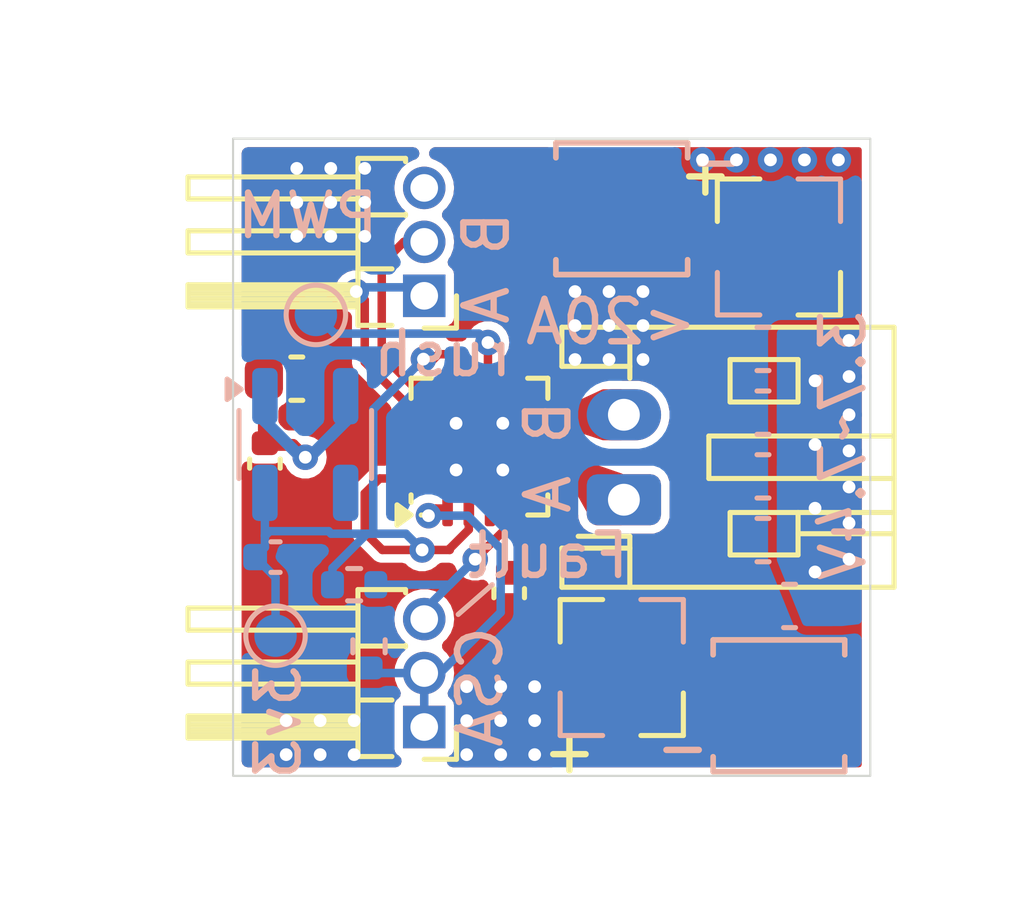
<source format=kicad_pcb>
(kicad_pcb (version 20240108) (generator "pcbnew") (generator_version "8.0")
  (title_block (date "2024-10-21") (rev "V1") (comment 1 "Licensed under CERN-OHL-S V2") (comment 2 "Author: Asher Edwards"))
  (layers (0 "F.Cu" signal) (1 "In1.Cu" signal) (2 "In2.Cu" signal) (31 "B.Cu" signal) (34 "B.Paste" user) (35 "F.Paste" user) (36 "B.SilkS" user "B.Silkscreen") (37 "F.SilkS" user "F.Silkscreen") (38 "B.Mask" user) (39 "F.Mask" user) (44 "Edge.Cuts" user))
  (net 0 "")
  (net 1 "VDD")
  (net 2 "/CSA-A")
  (net 3 "GNDPWR")
  (net 4 "Net-(J9-Pin_1)")
  (net 5 "Net-(J9-Pin_2)")
  (net 7 "/Fault")
  (net 8 "+3.3V")
  (net 9 "Net-(J10-Pin_2)")
  (net 10 "Net-(U1-TINRUSH)")
  (net 12 "Net-(J10-Pin_1)")
  (footprint "custom_Connector:Keystone_3579" (layer "F.Cu") (at 176.65 107.55)
    (property "Reference" "J3" (hide yes))
    (property "Value" "Keystone 3579")
    (fp_line (start -1.55 -1.55) (end 1.55 -1.55) (stroke (width 0.127)) (layer "F.SilkS"))
    (fp_line (start -1.55 -1.2) (end -1.55 -1.55) (stroke (width 0.127)) (layer "F.SilkS"))
    (fp_line (start -1.55 1.55) (end -1.55 1.2) (stroke (width 0.127)) (layer "F.SilkS"))
    (fp_line (start 1.55 -1.55) (end 1.55 -1.2) (stroke (width 0.127)) (layer "F.SilkS"))
    (fp_line (start 1.55 1.2) (end 1.55 1.55) (stroke (width 0.127)) (layer "F.SilkS"))
    (fp_line (start 1.55 1.55) (end -1.55 1.55) (stroke (width 0.127)) (layer "F.SilkS"))
    (pad "1" smd rect (at 0 0) (size 2.8 2.8) (layers "F.Cu" "F.Paste" "F.Mask") (net 1 "VDD"))
  )
  (footprint "custom_Connector:Keystone_3569_half" (layer "F.Cu") (at 176.65 94.2)
    (property "Reference" "J4" (hide yes))
    (property "Value" "Keystone 3569")
    (fp_line (start -1.45 0.95) (end -1.45 1.95) (stroke (width 0.12)) (layer "F.SilkS"))
    (fp_line (start -0.45 0.95) (end -1.45 0.95) (stroke (width 0.12)) (layer "F.SilkS"))
    (fp_line (start 0.45 4.15) (end 1.45 4.15) (stroke (width 0.12)) (layer "F.SilkS"))
    (fp_line (start 1.45 4.15) (end 1.45 3.15) (stroke (width 0.12)) (layer "F.SilkS"))
    (pad "1" smd rect (at 0 2.55) (size 2.5 2.8) (layers "F.Cu" "F.Paste" "F.Mask") (net 1 "VDD"))
  )
  (footprint "Capacitor_SMD:C_0402_1005Metric" (layer "F.Cu") (at 170.3 104.9 -90)
    (property "Reference" "C6" (hide yes))
    (property "Value" "0.1uF, 16v")
    (fp_line (start -0.107836 0.36) (end 0.107836 0.36) (stroke (width 0.12)) (layer "F.SilkS"))
    (fp_line (start -0.107836 -0.36) (end 0.107836 -0.36) (stroke (width 0.12)) (layer "F.SilkS"))
    (pad "1" smd roundrect (at -0.48 0 270) (size 0.56 0.62) (layers "F.Cu" "F.Paste" "F.Mask") (net 1 "VDD"))
    (pad "2" smd roundrect (at 0.48 0 270) (size 0.56 0.62) (layers "F.Cu" "F.Paste" "F.Mask") (net 3 "GNDPWR"))
  )
  (footprint "custom_Connector:Keystone_3569_half" (layer "F.Cu") (at 172.95 109.2 180)
    (property "Reference" "J1" (hide yes))
    (property "Value" "Keystone 3569")
    (fp_line (start 1.45 4.15) (end 1.45 3.15) (stroke (width 0.12)) (layer "F.SilkS"))
    (fp_line (start 0.45 4.15) (end 1.45 4.15) (stroke (width 0.12)) (layer "F.SilkS"))
    (fp_line (start -0.45 0.95) (end -1.45 0.95) (stroke (width 0.12)) (layer "F.SilkS"))
    (fp_line (start -1.45 0.95) (end -1.45 1.95) (stroke (width 0.12)) (layer "F.SilkS"))
    (pad "1" smd rect (at 0 2.55 180) (size 2.5 2.8) (layers "F.Cu" "F.Paste" "F.Mask") (net 1 "VDD"))
  )
  (footprint "custom_Connector:Keystone_3579" (layer "F.Cu") (at 172.95 95.85 180)
    (property "Reference" "J2" (hide yes))
    (property "Value" "Keystone 3579")
    (fp_line (start 1.55 1.55) (end -1.55 1.55) (stroke (width 0.127)) (layer "F.SilkS"))
    (fp_line (start 1.55 1.2) (end 1.55 1.55) (stroke (width 0.127)) (layer "F.SilkS"))
    (fp_line (start 1.55 -1.55) (end 1.55 -1.2) (stroke (width 0.127)) (layer "F.SilkS"))
    (fp_line (start -1.55 1.55) (end -1.55 1.2) (stroke (width 0.127)) (layer "F.SilkS"))
    (fp_line (start -1.55 -1.2) (end -1.55 -1.55) (stroke (width 0.127)) (layer "F.SilkS"))
    (fp_line (start -1.55 -1.55) (end 1.55 -1.55) (stroke (width 0.127)) (layer "F.SilkS"))
    (pad "1" smd rect (at 0 0 180) (size 2.8 2.8) (layers "F.Cu" "F.Paste" "F.Mask") (net 1 "VDD"))
  )
  (footprint "Connector_PinHeader_1.27mm:PinHeader_1x03_P1.27mm_Horizontal" (layer "F.Cu") (at 168.3 108.05 180)
    (property "Reference" "J11" (hide yes))
    (property "Value" "1.27mm pin header")
    (fp_line (start 5.56 2.8) (end 1.56 2.8) (stroke (width 0.12)) (layer "F.SilkS"))
    (fp_line (start 5.56 2.28) (end 5.56 2.8) (stroke (width 0.12)) (layer "F.SilkS"))
    (fp_line (start 5.56 1.53) (end 1.56 1.53) (stroke (width 0.12)) (layer "F.SilkS"))
    (fp_line (start 5.56 1.01) (end 5.56 1.53) (stroke (width 0.12)) (layer "F.SilkS"))
    (fp_line (start 5.56 0.26) (end 1.56 0.26) (stroke (width 0.12)) (layer "F.SilkS"))
    (fp_line (start 5.56 -0.26) (end 5.56 0.26) (stroke (width 0.12)) (layer "F.SilkS"))
    (fp_line (start 1.56 3.235) (end 0.44 3.235) (stroke (width 0.12)) (layer "F.SilkS"))
    (fp_line (start 1.56 2.28) (end 5.56 2.28) (stroke (width 0.12)) (layer "F.SilkS"))
    (fp_line (start 1.56 1.01) (end 5.56 1.01) (stroke (width 0.12)) (layer "F.SilkS"))
    (fp_line (start 1.56 0.16) (end 5.56 0.16) (stroke (width 0.12)) (layer "F.SilkS"))
    (fp_line (start 1.56 0.04) (end 5.56 0.04) (stroke (width 0.12)) (layer "F.SilkS"))
    (fp_line (start 1.56 -0.08) (end 5.56 -0.08) (stroke (width 0.12)) (layer "F.SilkS"))
    (fp_line (start 1.56 -0.2) (end 5.56 -0.2) (stroke (width 0.12)) (layer "F.SilkS"))
    (fp_line (start 1.56 -0.26) (end 5.56 -0.26) (stroke (width 0.12)) (layer "F.SilkS"))
    (fp_line (start 1.56 -0.695) (end 1.56 3.235) (stroke (width 0.12)) (layer "F.SilkS"))
    (fp_line (start 0.76 0.635) (end 1.56 0.635) (stroke (width 0.12)) (layer "F.SilkS"))
    (fp_line (start 0.76 -0.695) (end 1.56 -0.695) (stroke (width 0.12)) (layer "F.SilkS"))
    (fp_line (start 0.44 3.235) (end 0.44 3.159677) (stroke (width 0.12)) (layer "F.SilkS"))
    (fp_line (start 0.44 1.905) (end 1.56 1.905) (stroke (width 0.12)) (layer "F.SilkS"))
    (fp_line (start 0.44 1.889677) (end 0.44 1.920323) (stroke (width 0.12)) (layer "F.SilkS"))
    (fp_line (start -0.76 0) (end -0.76 -0.76) (stroke (width 0.12)) (layer "F.SilkS"))
    (fp_line (start -0.76 -0.76) (end 0 -0.76) (stroke (width 0.12)) (layer "F.SilkS"))
    (pad "1" thru_hole rect (at 0 0 180) (size 1 1) (drill 0.65) (layers "*.Cu" "*.Mask") (net 2 "/CSA-A"))
    (pad "2" thru_hole oval (at 0 1.27 180) (size 1 1) (drill 0.65) (layers "*.Cu" "*.Mask") (net 2 "/CSA-A"))
    (pad "3" thru_hole oval (at 0 2.54 180) (size 1 1) (drill 0.65) (layers "*.Cu" "*.Mask") (net 7 "/Fault"))
  )
  (footprint "Capacitor_SMD:C_0603_1608Metric" (layer "F.Cu") (at 165.3 99.85)
    (property "Reference" "C7" (hide yes))
    (property "Value" "10uF, 16v")
    (fp_line (start -0.14058 -0.51) (end 0.14058 -0.51) (stroke (width 0.12)) (layer "F.SilkS"))
    (fp_line (start -0.14058 0.51) (end 0.14058 0.51) (stroke (width 0.12)) (layer "F.SilkS"))
    (pad "1" smd roundrect (at -0.775 0) (size 0.9 0.95) (layers "F.Cu" "F.Paste" "F.Mask") (net 1 "VDD"))
    (pad "2" smd roundrect (at 0.775 0) (size 0.9 0.95) (layers "F.Cu" "F.Paste" "F.Mask") (net 3 "GNDPWR"))
  )
  (footprint "Connector_JST:JST_PH_S2B-PH-K_1x02_P2.00mm_Horizontal" (layer "F.Cu") (at 173 102.7 90)
    (property "Reference" "J9" (hide yes))
    (property "Value" "JST PH 2mm horizontal")
    (fp_line (start 4.06 -1.46) (end 3.14 -1.46) (stroke (width 0.12)) (layer "F.SilkS"))
    (fp_line (start 3.14 -1.46) (end 3.14 0.14) (stroke (width 0.12)) (layer "F.SilkS"))
    (fp_line (start -1.14 -1.46) (end -2.06 -1.46) (stroke (width 0.12)) (layer "F.SilkS"))
    (fp_line (start -2.06 -1.46) (end -2.06 6.36) (stroke (width 0.12)) (layer "F.SilkS"))
    (fp_line (start 4.06 0.14) (end 3.14 0.14) (stroke (width 0.12)) (layer "F.SilkS"))
    (fp_line (start 3.14 0.14) (end 2.86 0.14) (stroke (width 0.12)) (layer "F.SilkS"))
    (fp_line (start -0.86 0.14) (end -0.86 -1.075) (stroke (width 0.12)) (layer "F.SilkS"))
    (fp_line (start -0.86 0.14) (end -1.14 0.14) (stroke (width 0.12)) (layer "F.SilkS"))
    (fp_line (start -1.14 0.14) (end -1.14 -1.46) (stroke (width 0.12)) (layer "F.SilkS"))
    (fp_line (start -2.06 0.14) (end -1.14 0.14) (stroke (width 0.12)) (layer "F.SilkS"))
    (fp_line (start 1.5 2) (end 1.5 6.36) (stroke (width 0.12)) (layer "F.SilkS"))
    (fp_line (start 0.5 2) (end 1.5 2) (stroke (width 0.12)) (layer "F.SilkS"))
    (fp_line (start 3.3 2.5) (end 3.3 4.1) (stroke (width 0.12)) (layer "F.SilkS"))
    (fp_line (start 2.3 2.5) (end 3.3 2.5) (stroke (width 0.12)) (layer "F.SilkS"))
    (fp_line (start -0.3 2.5) (end -1.3 2.5) (stroke (width 0.12)) (layer "F.SilkS"))
    (fp_line (start -1.3 2.5) (end -1.3 4.1) (stroke (width 0.12)) (layer "F.SilkS"))
    (fp_line (start 3.3 4.1) (end 2.3 4.1) (stroke (width 0.12)) (layer "F.SilkS"))
    (fp_line (start 2.3 4.1) (end 2.3 2.5) (stroke (width 0.12)) (layer "F.SilkS"))
    (fp_line (start -0.3 4.1) (end -0.3 2.5) (stroke (width 0.12)) (layer "F.SilkS"))
    (fp_line (start -0.3 4.1) (end -0.3 6.36) (stroke (width 0.12)) (layer "F.SilkS"))
    (fp_line (start -0.8 4.1) (end -0.8 6.36) (stroke (width 0.12)) (layer "F.SilkS"))
    (fp_line (start -1.3 4.1) (end -0.3 4.1) (stroke (width 0.12)) (layer "F.SilkS"))
    (fp_line (start 4.06 6.36) (end 4.06 -1.46) (stroke (width 0.12)) (layer "F.SilkS"))
    (fp_line (start 0.5 6.36) (end 0.5 2) (stroke (width 0.12)) (layer "F.SilkS"))
    (fp_line (start -2.06 6.36) (end 4.06 6.36) (stroke (width 0.12)) (layer "F.SilkS"))
    (pad "1" thru_hole roundrect (at 0 0 90) (size 1.2 1.75) (drill 0.75) (layers "*.Cu" "*.Mask") (roundrect_rratio 0.208333) (net 4 "Net-(J9-Pin_1)"))
    (pad "2" thru_hole oval (at 2 0 90) (size 1.2 1.75) (drill 0.75) (layers "*.Cu" "*.Mask") (net 5 "Net-(J9-Pin_2)"))
  )
  (footprint "Package_DFN_QFN:WQFN-16-1EP_3x3mm_P0.5mm_EP1.68x1.68mm_ThermalVias" (layer "F.Cu") (at 169.6 101.45 90)
    (property "Reference" "U1" (hide yes))
    (property "Value" "DRV8213RTER")
    (fp_line (start 1.61 -1.61) (end 1.61 -1.135) (stroke (width 0.12)) (layer "F.SilkS"))
    (fp_line (start 1.135 -1.61) (end 1.61 -1.61) (stroke (width 0.12)) (layer "F.SilkS"))
    (fp_line (start -1.135 -1.61) (end -1.31 -1.61) (stroke (width 0.12)) (layer "F.SilkS"))
    (fp_line (start -1.61 -1.135) (end -1.61 -1.37) (stroke (width 0.12)) (layer "F.SilkS"))
    (fp_line (start 1.61 1.61) (end 1.61 1.135) (stroke (width 0.12)) (layer "F.SilkS"))
    (fp_line (start 1.135 1.61) (end 1.61 1.61) (stroke (width 0.12)) (layer "F.SilkS"))
    (fp_line (start -1.135 1.61) (end -1.61 1.61) (stroke (width 0.12)) (layer "F.SilkS"))
    (fp_line (start -1.61 1.61) (end -1.61 1.135) (stroke (width 0.12)) (layer "F.SilkS"))
    (fp_poly (pts (xy -1.61 -1.61) (xy -1.85 -1.94) (xy -1.37 -1.94) (xy -1.61 -1.61)) (stroke (width 0.12)) (fill solid) (layer "F.SilkS"))
    (pad "1" smd roundrect (at -1.4575 -0.75 90) (size 0.835 0.25) (layers "F.Cu" "F.Paste" "F.Mask") (net 2 "/CSA-A"))
    (pad "2" smd roundrect (at -1.4575 -0.25 90) (size 0.835 0.25) (layers "F.Cu" "F.Paste" "F.Mask") (net 8 "+3.3V"))
    (pad "3" smd roundrect (at -1.4575 0.25 90) (size 0.835 0.25) (layers "F.Cu" "F.Paste" "F.Mask") (net 7 "/Fault"))
    (pad "4" smd roundrect (at -1.4575 0.75 90) (size 0.835 0.25) (layers "F.Cu" "F.Paste" "F.Mask") (net 7 "/Fault"))
    (pad "5" smd roundrect (at -0.75 1.4575 90) (size 0.25 0.835) (layers "F.Cu" "F.Paste" "F.Mask") (net 1 "VDD"))
    (pad "6" smd roundrect (at -0.25 1.4575 90) (size 0.25 0.835) (layers "F.Cu" "F.Paste" "F.Mask") (net 4 "Net-(J9-Pin_1)"))
    (pad "7" smd roundrect (at 0.25 1.4575 90) (size 0.25 0.835) (layers "F.Cu" "F.Paste" "F.Mask") (net 3 "GNDPWR"))
    (pad "8" smd roundrect (at 0.75 1.4575 90) (size 0.25 0.835) (layers "F.Cu" "F.Paste" "F.Mask") (net 5 "Net-(J9-Pin_2)"))
    (pad "9" smd roundrect (at 1.4575 0.75 90) (size 0.835 0.25) (layers "F.Cu" "F.Paste" "F.Mask") (net 3 "GNDPWR"))
    (pad "10" smd roundrect (at 1.4575 0.25 90) (size 0.835 0.25) (layers "F.Cu" "F.Paste" "F.Mask") (net 10 "Net-(U1-TINRUSH)"))
    (pad "11" smd roundrect (at 1.4575 -0.25 90) (size 0.835 0.25) (layers "F.Cu" "F.Paste" "F.Mask") (net 8 "+3.3V"))
    (pad "12" smd roundrect (at 1.4575 -0.75 90) (size 0.835 0.25) (layers "F.Cu" "F.Paste" "F.Mask") (net 9 "Net-(J10-Pin_2)"))
    (pad "13" smd roundrect (at 0.75 -1.4575 90) (size 0.25 0.835) (layers "F.Cu" "F.Paste" "F.Mask") (net 12 "Net-(J10-Pin_1)"))
    (pad "14" smd roundrect (at 0.25 -1.4575 90) (size 0.25 0.835) (layers "F.Cu" "F.Paste" "F.Mask") (net 3 "GNDPWR"))
    (pad "15" smd roundrect (at -0.25 -1.4575 90) (size 0.25 0.835) (layers "F.Cu" "F.Paste" "F.Mask") (net 8 "+3.3V"))
    (pad "16" smd roundrect (at -0.75 -1.4575 90) (size 0.25 0.835) (layers "F.Cu" "F.Paste" "F.Mask") (net 8 "+3.3V"))
    (pad "17" thru_hole circle (at -0.55 -0.55 90) (size 0.6 0.6) (drill 0.3) (property pad_prop_heatsink) (layers "*.Cu") (net 3 "GNDPWR"))
    (pad "17" thru_hole circle (at -0.55 0.55 90) (size 0.6 0.6) (drill 0.3) (property pad_prop_heatsink) (layers "*.Cu") (net 3 "GNDPWR"))
    (pad "17" smd rect (at 0 0 90) (size 1.68 1.68) (property pad_prop_heatsink) (layers "F.Cu" "F.Mask") (net 3 "GNDPWR"))
    (pad "17" smd rect (at 0 0 90) (size 1.68 1.68) (property pad_prop_heatsink) (layers "B.Cu") (net 3 "GNDPWR"))
    (pad "17" thru_hole circle (at 0.55 -0.55 90) (size 0.6 0.6) (drill 0.3) (property pad_prop_heatsink) (layers "*.Cu") (net 3 "GNDPWR"))
    (pad "17" thru_hole circle (at 0.55 0.55 90) (size 0.6 0.6) (drill 0.3) (property pad_prop_heatsink) (layers "*.Cu") (net 3 "GNDPWR"))
  )
  (footprint "Connector_PinHeader_1.27mm:PinHeader_1x03_P1.27mm_Horizontal" (layer "F.Cu") (at 168.3 97.9 180)
    (property "Reference" "J10" (hide yes))
    (property "Value" "1.27mm pin header")
    (fp_line (start 5.56 2.8) (end 1.56 2.8) (stroke (width 0.12)) (layer "F.SilkS"))
    (fp_line (start 5.56 2.28) (end 5.56 2.8) (stroke (width 0.12)) (layer "F.SilkS"))
    (fp_line (start 5.56 1.53) (end 1.56 1.53) (stroke (width 0.12)) (layer "F.SilkS"))
    (fp_line (start 5.56 1.01) (end 5.56 1.53) (stroke (width 0.12)) (layer "F.SilkS"))
    (fp_line (start 5.56 0.26) (end 1.56 0.26) (stroke (width 0.12)) (layer "F.SilkS"))
    (fp_line (start 5.56 -0.26) (end 5.56 0.26) (stroke (width 0.12)) (layer "F.SilkS"))
    (fp_line (start 1.56 3.235) (end 0.44 3.235) (stroke (width 0.12)) (layer "F.SilkS"))
    (fp_line (start 1.56 2.28) (end 5.56 2.28) (stroke (width 0.12)) (layer "F.SilkS"))
    (fp_line (start 1.56 1.01) (end 5.56 1.01) (stroke (width 0.12)) (layer "F.SilkS"))
    (fp_line (start 1.56 0.16) (end 5.56 0.16) (stroke (width 0.12)) (layer "F.SilkS"))
    (fp_line (start 1.56 0.04) (end 5.56 0.04) (stroke (width 0.12)) (layer "F.SilkS"))
    (fp_line (start 1.56 -0.08) (end 5.56 -0.08) (stroke (width 0.12)) (layer "F.SilkS"))
    (fp_line (start 1.56 -0.2) (end 5.56 -0.2) (stroke (width 0.12)) (layer "F.SilkS"))
    (fp_line (start 1.56 -0.26) (end 5.56 -0.26) (stroke (width 0.12)) (layer "F.SilkS"))
    (fp_line (start 1.56 -0.695) (end 1.56 3.235) (stroke (width 0.12)) (layer "F.SilkS"))
    (fp_line (start 0.76 0.635) (end 1.56 0.635) (stroke (width 0.12)) (layer "F.SilkS"))
    (fp_line (start 0.76 -0.695) (end 1.56 -0.695) (stroke (width 0.12)) (layer "F.SilkS"))
    (fp_line (start 0.44 3.235) (end 0.44 3.159677) (stroke (width 0.12)) (layer "F.SilkS"))
    (fp_line (start 0.44 1.905) (end 1.56 1.905) (stroke (width 0.12)) (layer "F.SilkS"))
    (fp_line (start 0.44 1.889677) (end 0.44 1.920323) (stroke (width 0.12)) (layer "F.SilkS"))
    (fp_line (start -0.76 0) (end -0.76 -0.76) (stroke (width 0.12)) (layer "F.SilkS"))
    (fp_line (start -0.76 -0.76) (end 0 -0.76) (stroke (width 0.12)) (layer "F.SilkS"))
    (pad "1" thru_hole rect (at 0 0 180) (size 1 1) (drill 0.65) (layers "*.Cu" "*.Mask") (net 12 "Net-(J10-Pin_1)"))
    (pad "2" thru_hole oval (at 0 1.27 180) (size 1 1) (drill 0.65) (layers "*.Cu" "*.Mask") (net 9 "Net-(J10-Pin_2)"))
    (pad "3" thru_hole oval (at 0 2.54 180) (size 1 1) (drill 0.65) (layers "*.Cu" "*.Mask"))
  )
  (footprint "Capacitor_SMD:C_0402_1005Metric" (layer "F.Cu") (at 164.55 101.85 -90)
    (property "Reference" "C8" (hide yes))
    (property "Value" "0.1uF, 16v")
    (fp_line (start -0.107836 0.36) (end 0.107836 0.36) (stroke (width 0.12)) (layer "F.SilkS"))
    (fp_line (start -0.107836 -0.36) (end 0.107836 -0.36) (stroke (width 0.12)) (layer "F.SilkS"))
    (pad "1" smd roundrect (at -0.48 0 270) (size 0.56 0.62) (layers "F.Cu" "F.Paste" "F.Mask") (net 1 "VDD"))
    (pad "2" smd roundrect (at 0.48 0 270) (size 0.56 0.62) (layers "F.Cu" "F.Paste" "F.Mask") (net 3 "GNDPWR"))
  )
  (footprint "TestPoint:TestPoint_Pad_D1.0mm" (layer "B.Cu") (at 164.8 105.9 180)
    (property "Reference" "TP2" (hide yes))
    (property "Value" "Fault")
    (fp_circle (center 0 0) (end 0 -0.7) (stroke (width 0.12)) (fill none) (layer "B.SilkS"))
    (pad "1" smd circle (at 0 0 180) (size 1 1) (layers "B.Cu" "B.Mask") (net 8 "+3.3V"))
  )
  (footprint "custom_Connector:Keystone_3569_half" (layer "B.Cu") (at 176.65 94.2 180)
    (property "Reference" "J8" (hide yes))
    (property "Value" "Keystone 3569")
    (fp_line (start 1.45 -3.15) (end 1.45 -4.15) (stroke (width 0.12)) (layer "B.SilkS"))
    (fp_line (start 1.45 -4.15) (end 0.45 -4.15) (stroke (width 0.12)) (layer "B.SilkS"))
    (fp_line (start -1.45 -0.95) (end -0.45 -0.95) (stroke (width 0.12)) (layer "B.SilkS"))
    (fp_line (start -1.45 -1.95) (end -1.45 -0.95) (stroke (width 0.12)) (layer "B.SilkS"))
    (pad "1" smd rect (at 0 -2.55 180) (size 2.5 2.8) (layers "B.Cu" "B.Paste" "B.Mask") (net 3 "GNDPWR"))
  )
  (footprint "custom_Connector:Keystone_3569_half" (layer "B.Cu") (at 172.95 109.2)
    (property "Reference" "J5" (hide yes))
    (property "Value" "Keystone 3569")
    (fp_line (start -1.45 -1.95) (end -1.45 -0.95) (stroke (width 0.12)) (layer "B.SilkS"))
    (fp_line (start -1.45 -0.95) (end -0.45 -0.95) (stroke (width 0.12)) (layer "B.SilkS"))
    (fp_line (start 1.45 -4.15) (end 0.45 -4.15) (stroke (width 0.12)) (layer "B.SilkS"))
    (fp_line (start 1.45 -3.15) (end 1.45 -4.15) (stroke (width 0.12)) (layer "B.SilkS"))
    (pad "1" smd rect (at 0 -2.55) (size 2.5 2.8) (layers "B.Cu" "B.Paste" "B.Mask") (net 3 "GNDPWR"))
  )
  (footprint "Capacitor_SMD:C_0603_1608Metric" (layer "B.Cu") (at 176.275 99.15 180)
    (property "Reference" "C1" (hide yes))
    (property "Value" "10uF, 16v")
    (fp_line (start 0.14058 0.51) (end -0.14058 0.51) (stroke (width 0.12)) (layer "B.SilkS"))
    (fp_line (start 0.14058 -0.51) (end -0.14058 -0.51) (stroke (width 0.12)) (layer "B.SilkS"))
    (pad "1" smd roundrect (at -0.775 0 180) (size 0.9 0.95) (layers "B.Cu" "B.Paste" "B.Mask") (net 1 "VDD"))
    (pad "2" smd roundrect (at 0.775 0 180) (size 0.9 0.95) (layers "B.Cu" "B.Paste" "B.Mask") (net 3 "GNDPWR"))
  )
  (footprint "Capacitor_SMD:C_0603_1608Metric" (layer "B.Cu") (at 176.275 103.65 180)
    (property "Reference" "C4" (hide yes))
    (property "Value" "10uF, 16v")
    (fp_line (start 0.14058 0.51) (end -0.14058 0.51) (stroke (width 0.12)) (layer "B.SilkS"))
    (fp_line (start 0.14058 -0.51) (end -0.14058 -0.51) (stroke (width 0.12)) (layer "B.SilkS"))
    (pad "1" smd roundrect (at -0.775 0 180) (size 0.9 0.95) (layers "B.Cu" "B.Paste" "B.Mask") (net 1 "VDD"))
    (pad "2" smd roundrect (at 0.775 0 180) (size 0.9 0.95) (layers "B.Cu" "B.Paste" "B.Mask") (net 3 "GNDPWR"))
  )
  (footprint "Capacitor_SMD:C_0603_1608Metric" (layer "B.Cu") (at 176.9 105.2 180)
    (property "Reference" "C5" (hide yes))
    (property "Value" "10uF, 16v")
    (fp_line (start 0.14058 0.51) (end -0.14058 0.51) (stroke (width 0.12)) (layer "B.SilkS"))
    (fp_line (start 0.14058 -0.51) (end -0.14058 -0.51) (stroke (width 0.12)) (layer "B.SilkS"))
    (pad "1" smd roundrect (at -0.775 0 180) (size 0.9 0.95) (layers "B.Cu" "B.Paste" "B.Mask") (net 1 "VDD"))
    (pad "2" smd roundrect (at 0.775 0 180) (size 0.9 0.95) (layers "B.Cu" "B.Paste" "B.Mask") (net 3 "GNDPWR"))
  )
  (footprint "custom_Connector:Keystone_3579" (layer "B.Cu") (at 176.65 107.55 180)
    (property "Reference" "J7" (hide yes))
    (property "Value" "Keystone 3579")
    (fp_line (start 1.55 1.55) (end -1.55 1.55) (stroke (width 0.127)) (layer "B.SilkS"))
    (fp_line (start 1.55 1.2) (end 1.55 1.55) (stroke (width 0.127)) (layer "B.SilkS"))
    (fp_line (start 1.55 -1.55) (end 1.55 -1.2) (stroke (width 0.127)) (layer "B.SilkS"))
    (fp_line (start -1.55 1.55) (end -1.55 1.2) (stroke (width 0.127)) (layer "B.SilkS"))
    (fp_line (start -1.55 -1.2) (end -1.55 -1.55) (stroke (width 0.127)) (layer "B.SilkS"))
    (fp_line (start -1.55 -1.55) (end 1.55 -1.55) (stroke (width 0.127)) (layer "B.SilkS"))
    (pad "1" smd rect (at 0 0 180) (size 2.8 2.8) (layers "B.Cu" "B.Paste" "B.Mask") (net 3 "GNDPWR"))
  )
  (footprint "TestPoint:TestPoint_Pad_D1.0mm" (layer "B.Cu") (at 165.75 98.35 180)
    (property "Reference" "TP1" (hide yes))
    (property "Value" "tinrush")
    (fp_circle (center 0 0) (end 0 -0.7) (stroke (width 0.12)) (fill none) (layer "B.SilkS"))
    (pad "1" smd circle (at 0 0 180) (size 1 1) (layers "B.Cu" "B.Mask") (net 10 "Net-(U1-TINRUSH)"))
  )
  (footprint "Capacitor_SMD:C_0603_1608Metric" (layer "B.Cu") (at 176.275 100.65 180)
    (property "Reference" "C3" (hide yes))
    (property "Value" "10uF, 16v")
    (fp_line (start 0.14058 0.51) (end -0.14058 0.51) (stroke (width 0.12)) (layer "B.SilkS"))
    (fp_line (start 0.14058 -0.51) (end -0.14058 -0.51) (stroke (width 0.12)) (layer "B.SilkS"))
    (pad "1" smd roundrect (at -0.775 0 180) (size 0.9 0.95) (layers "B.Cu" "B.Paste" "B.Mask") (net 1 "VDD"))
    (pad "2" smd roundrect (at 0.775 0 180) (size 0.9 0.95) (layers "B.Cu" "B.Paste" "B.Mask") (net 3 "GNDPWR"))
  )
  (footprint "custom_Connector:Keystone_3579" (layer "B.Cu") (at 172.95 95.85)
    (property "Reference" "J6" (hide yes))
    (property "Value" "Keystone 3579")
    (fp_line (start -1.55 -1.55) (end 1.55 -1.55) (stroke (width 0.127)) (layer "B.SilkS"))
    (fp_line (start -1.55 -1.2) (end -1.55 -1.55) (stroke (width 0.127)) (layer "B.SilkS"))
    (fp_line (start -1.55 1.55) (end -1.55 1.2) (stroke (width 0.127)) (layer "B.SilkS"))
    (fp_line (start 1.55 -1.55) (end 1.55 -1.2) (stroke (width 0.127)) (layer "B.SilkS"))
    (fp_line (start 1.55 1.2) (end 1.55 1.55) (stroke (width 0.127)) (layer "B.SilkS"))
    (fp_line (start 1.55 1.55) (end -1.55 1.55) (stroke (width 0.127)) (layer "B.SilkS"))
    (pad "1" smd rect (at 0 0) (size 2.8 2.8) (layers "B.Cu" "B.Paste" "B.Mask") (net 3 "GNDPWR"))
  )
  (footprint "Capacitor_SMD:C_0402_1005Metric" (layer "B.Cu") (at 164.8 104.05)
    (property "Reference" "C9" (hide yes))
    (property "Value" "2.2uF, 10v")
    (fp_line (start 0.107836 -0.36) (end -0.107836 -0.36) (stroke (width 0.12)) (layer "B.SilkS"))
    (fp_line (start 0.107836 0.36) (end -0.107836 0.36) (stroke (width 0.12)) (layer "B.SilkS"))
    (pad "1" smd roundrect (at -0.48 0) (size 0.56 0.62) (layers "B.Cu" "B.Paste" "B.Mask") (net 8 "+3.3V"))
    (pad "2" smd roundrect (at 0.48 0) (size 0.56 0.62) (layers "B.Cu" "B.Paste" "B.Mask") (net 3 "GNDPWR"))
  )
  (footprint "Resistor_SMD:R_0402_1005Metric" (layer "B.Cu") (at 167 106.15 90)
    (property "Reference" "R2" (hide yes))
    (property "Value" "3.3k")
    (fp_line (start 0.153641 -0.38) (end -0.153641 -0.38) (stroke (width 0.12)) (layer "B.SilkS"))
    (fp_line (start 0.153641 0.38) (end -0.153641 0.38) (stroke (width 0.12)) (layer "B.SilkS"))
    (pad "1" smd roundrect (at -0.51 0 90) (size 0.54 0.64) (layers "B.Cu" "B.Paste" "B.Mask") (net 2 "/CSA-A"))
    (pad "2" smd roundrect (at 0.51 0 90) (size 0.54 0.64) (layers "B.Cu" "B.Paste" "B.Mask") (net 3 "GNDPWR"))
  )
  (footprint "Package_TO_SOT_SMD:SOT-23-5" (layer "B.Cu") (at 165.5 101.4 -90)
    (property "Reference" "U2" (hide yes))
    (property "Value" "LP2981-3.3")
    (fp_line (start -0.8 1.56) (end 0 1.56) (stroke (width 0.12)) (layer "B.SilkS"))
    (fp_line (start 0.8 1.56) (end 0 1.56) (stroke (width 0.12)) (layer "B.SilkS"))
    (fp_line (start -0.8 -1.56) (end 0 -1.56) (stroke (width 0.12)) (layer "B.SilkS"))
    (fp_line (start 0.8 -1.56) (end 0 -1.56) (stroke (width 0.12)) (layer "B.SilkS"))
    (fp_poly (pts (xy -1.3 1.51) (xy -1.54 1.84) (xy -1.06 1.84) (xy -1.3 1.51)) (stroke (width 0.12)) (fill solid) (layer "B.SilkS"))
    (pad "1" smd roundrect (at -1.1375 0.95 270) (size 1.325 0.6) (layers "B.Cu" "B.Paste" "B.Mask") (net 1 "VDD"))
    (pad "2" smd roundrect (at -1.1375 0 270) (size 1.325 0.6) (layers "B.Cu" "B.Paste" "B.Mask") (net 3 "GNDPWR"))
    (pad "3" smd roundrect (at -1.1375 -0.95 270) (size 1.325 0.6) (layers "B.Cu" "B.Paste" "B.Mask") (net 1 "VDD"))
    (pad "4" smd roundrect (at 1.1375 -0.95 270) (size 1.325 0.6) (layers "B.Cu" "B.Paste" "B.Mask"))
    (pad "5" smd roundrect (at 1.1375 0.95 270) (size 1.325 0.6) (layers "B.Cu" "B.Paste" "B.Mask") (net 8 "+3.3V"))
  )
  (footprint "Resistor_SMD:R_0402_1005Metric" (layer "B.Cu") (at 166.65 104.7)
    (property "Reference" "R1" (hide yes))
    (property "Value" "10k")
    (fp_line (start 0.153641 -0.38) (end -0.153641 -0.38) (stroke (width 0.12)) (layer "B.SilkS"))
    (fp_line (start 0.153641 0.38) (end -0.153641 0.38) (stroke (width 0.12)) (layer "B.SilkS"))
    (pad "1" smd roundrect (at -0.51 0) (size 0.54 0.64) (layers "B.Cu" "B.Paste" "B.Mask") (net 8 "+3.3V"))
    (pad "2" smd roundrect (at 0.51 0) (size 0.54 0.64) (layers "B.Cu" "B.Paste" "B.Mask") (net 7 "/Fault"))
  )
  (footprint "Capacitor_SMD:C_0603_1608Metric" (layer "B.Cu") (at 176.275 102.15 180)
    (property "Reference" "C2" (hide yes))
    (property "Value" "10uF, 16v")
    (fp_line (start 0.14058 0.51) (end -0.14058 0.51) (stroke (width 0.12)) (layer "B.SilkS"))
    (fp_line (start 0.14058 -0.51) (end -0.14058 -0.51) (stroke (width 0.12)) (layer "B.SilkS"))
    (pad "1" smd roundrect (at -0.775 0 180) (size 0.9 0.95) (layers "B.Cu" "B.Paste" "B.Mask") (net 1 "VDD"))
    (pad "2" smd roundrect (at 0.775 0 180) (size 0.9 0.95) (layers "B.Cu" "B.Paste" "B.Mask") (net 3 "GNDPWR"))
  )
  (gr_line (start 169.1 105.4) (end 169.9 104.7) (stroke (width 0.12)) (layer "B.SilkS"))
  (gr_rect (start 163.8 94.2) (end 178.8 109.2) (stroke (width 0.05)) (fill none) (layer "Edge.Cuts"))
  (gr_text "<20A" (at 174.8 99.1 0) (layer "B.SilkS") (effects (font (size 1 1)) (justify left bottom mirror)))
  (gr_text "B A" (at 171.8 103.1 90) (layer "B.SilkS") (effects (font (size 1 1)) (justify right bottom mirror)))
  (gr_text "Fault" (at 173.2 104.6 0) (layer "B.SilkS") (effects (font (size 1 1)) (justify left bottom mirror)))
  (gr_text "PWM" (at 167.3 96.6 0) (layer "B.SilkS") (effects (font (size 1 1)) (justify left bottom mirror)))
  (gr_text "B A" (at 170.35 98.65 90) (layer "B.SilkS") (effects (font (size 1 1)) (justify right bottom mirror)))
  (gr_text "3v3" (at 165.45 106.5 90) (layer "B.SilkS") (effects (font (size 1 1)) (justify left bottom mirror)))
  (gr_text "-" (at 175.1 109.1 -0) (layer "B.SilkS") (effects (font (size 1 1)) (justify left bottom mirror)))
  (gr_text "CSA" (at 170.2 105.6 90) (layer "B.SilkS") (effects (font (size 1 1)) (justify left bottom mirror)))
  (gr_text "rush" (at 170.45 99.85 0) (layer "B.SilkS") (effects (font (size 1 1)) (justify left bottom mirror)))
  (gr_text "-" (at 175.9 95.3 -0) (layer "B.SilkS") (effects (font (size 1 1)) (justify left bottom mirror)))
  (gr_text "+" (at 174.2 95.6 -0) (layer "F.SilkS") (effects (font (size 1 1)) (justify left bottom)))
  (gr_text "+" (at 171 109.2 -0) (layer "F.SilkS") (effects (font (size 1 1)) (justify left bottom)))
  (gr_text_box "3.7~7.4V" (start 176.825 98.1492) (end 178.975 104.7) (angle 90) (layer "B.SilkS") (effects (font (size 1 1)) (justify top mirror)) (border no))
  (segment (start 164.709886 101.409886) (end 164.525 101.225) (width 0.28) (layer "F.Cu") (net 1))
  (segment (start 165.209886 101.409886) (end 164.709886 101.409886) (width 0.28) (layer "F.Cu") (net 1))
  (segment (start 172.595031 106.675454) (end 172.595031 106.620031) (width 0.28) (layer "F.Cu") (net 1))
  (segment (start 164.709886 101.409886) (end 164.6 101.3) (width 0.2) (layer "F.Cu") (net 1))
  (segment (start 165.5 101.7) (end 165.209886 101.409886) (width 0.28) (layer "F.Cu") (net 1))
  (segment (start 164.525 101.225) (end 164.525 99.85) (width 0.28) (layer "F.Cu") (net 1))
  (segment (start 171.08 104.42) (end 171.15 104.35) (width 0.28) (layer "F.Cu") (net 1))
  (segment (start 170.3 104.42) (end 171.08 104.42) (width 0.28) (layer "F.Cu") (net 1))
  (via (at 176.45 94.7) (size 0.6) (drill 0.3) (layers "F.Cu" "B.Cu") (net 1))
  (via (at 178.3 103.25) (size 0.6) (drill 0.3) (layers "F.Cu" "B.Cu") (net 1))
  (via (at 177.5 101.4) (size 0.6) (drill 0.3) (layers "F.Cu" "B.Cu") (net 1))
  (via (at 178.3 104.1) (size 0.6) (drill 0.3) (layers "F.Cu" "B.Cu") (net 1))
  (via (at 177.5 104.4) (size 0.6) (drill 0.3) (layers "F.Cu" "B.Cu") (net 1))
  (via (at 177.25 94.7) (size 0.6) (drill 0.3) (layers "F.Cu" "B.Cu") (net 1))
  (via (at 165.5 101.7) (size 0.6) (drill 0.3) (layers "F.Cu" "B.Cu") (net 1))
  (via (at 178.3 102.4) (size 0.6) (drill 0.3) (layers "F.Cu" "B.Cu") (net 1))
  (via (at 174.85 94.7) (size 0.6) (drill 0.3) (layers "F.Cu" "B.Cu") (net 1))
  (via (at 178.3 100.7) (size 0.6) (drill 0.3) (layers "F.Cu" "B.Cu") (net 1))
  (via (at 178.3 98.95) (size 0.6) (drill 0.3) (layers "F.Cu" "B.Cu") (net 1))
  (via (at 177.5 102.9) (size 0.6) (drill 0.3) (layers "F.Cu" "B.Cu") (net 1))
  (via (at 177.5 99.9) (size 0.6) (drill 0.3) (layers "F.Cu" "B.Cu") (net 1))
  (via (at 178.05 94.7) (size 0.6) (drill 0.3) (layers "F.Cu" "B.Cu") (net 1))
  (via (at 178.3 99.8) (size 0.6) (drill 0.3) (layers "F.Cu" "B.Cu") (net 1))
  (via (at 175.65 94.7) (size 0.6) (drill 0.3) (layers "F.Cu" "B.Cu") (net 1))
  (via (at 178.3 101.55) (size 0.6) (drill 0.3) (layers "F.Cu" "B.Cu") (net 1))
  (segment (start 165.5 101.7) (end 165.6 101.7) (width 0.2) (layer "B.Cu") (net 1))
  (segment (start 165.4 101.7) (end 164.55 100.85) (width 0.28) (layer "B.Cu") (net 1))
  (segment (start 165.6 101.7) (end 166.45 100.85) (width 0.28) (layer "B.Cu") (net 1))
  (segment (start 164.55 100.85) (end 164.55 100.2625) (width 0.28) (layer "B.Cu") (net 1))
  (segment (start 165.5 101.7) (end 165.4 101.7) (width 0.2) (layer "B.Cu") (net 1))
  (segment (start 166.45 100.85) (end 166.45 100.2625) (width 0.28) (layer "B.Cu") (net 1))
  (segment (start 168.567501 102.9075) (end 168.85 102.9075) (width 0.2) (layer "F.Cu") (net 2))
  (segment (start 168.4 103.075001) (end 168.567501 102.9075) (width 0.2) (layer "F.Cu") (net 2))
  (via (at 168.4 103.075001) (size 0.6) (drill 0.3) (layers "F.Cu" "B.Cu") (net 2))
  (segment (start 167.12 106.78) (end 168.3 106.78) (width 0.2) (layer "B.Cu") (net 2))
  (segment (start 170.1 103.851471) (end 170.1 105.35) (width 0.2) (layer "B.Cu") (net 2))
  (segment (start 170.1 105.35) (end 168.67 106.78) (width 0.2) (layer "B.Cu") (net 2))
  (segment (start 169.32353 103.075001) (end 170.1 103.851471) (width 0.2) (layer "B.Cu") (net 2))
  (segment (start 167 106.66) (end 167.12 106.78) (width 0.2) (layer "B.Cu") (net 2))
  (segment (start 168.4 103.075001) (end 169.32353 103.075001) (width 0.2) (layer "B.Cu") (net 2))
  (segment (start 168.67 106.78) (end 168.3 106.78) (width 0.2) (layer "B.Cu") (net 2))
  (segment (start 168.3 108.05) (end 168.3 106.78) (width 0.2) (layer "B.Cu") (net 2))
  (segment (start 171.0575 101.2) (end 170.45 101.2) (width 0.2) (layer "F.Cu") (net 3))
  (segment (start 168.75 101.2) (end 169.05 100.9) (width 0.2) (layer "F.Cu") (net 3))
  (segment (start 170.35 99.9925) (end 170.34 100.0025) (width 0.2) (layer "F.Cu") (net 3))
  (segment (start 170.34 100.0025) (end 170.34 100.71) (width 0.2) (layer "F.Cu") (net 3))
  (segment (start 168.1425 101.2) (end 168.75 101.2) (width 0.2) (layer "F.Cu") (net 3))
  (segment (start 170.45 101.2) (end 170.15 100.9) (width 0.2) (layer "F.Cu") (net 3))
  (segment (start 170.34 100.71) (end 170.15 100.9) (width 0.2) (layer "F.Cu") (net 3))
  (via (at 166.65 108.7) (size 0.6) (drill 0.3) (layers "F.Cu" "B.Cu") (net 3))
  (via (at 170.9 107.9) (size 0.6) (drill 0.3) (layers "F.Cu" "B.Cu") (net 3))
  (via (at 169.3 108.7) (size 0.6) (drill 0.3) (layers "F.Cu" "B.Cu") (net 3))
  (via (at 173.45 97.8) (size 0.6) (drill 0.3) (layers "F.Cu" "B.Cu") (net 3))
  (via (at 169.3 107.9) (size 0.6) (drill 0.3) (layers "F.Cu" "B.Cu") (net 3))
  (via (at 165.85 108.7) (size 0.6) (drill 0.3) (layers "F.Cu" "B.Cu") (net 3))
  (via (at 170.1 107.9) (size 0.6) (drill 0.3) (layers "F.Cu" "B.Cu") (net 3))
  (via (at 166.1 95.7) (size 0.6) (drill 0.3) (layers "F.Cu" "B.Cu") (net 3))
  (via (at 170.9 108.7) (size 0.6) (drill 0.3) (layers "F.Cu" "B.Cu") (net 3))
  (via (at 170.9 107.1) (size 0.6) (drill 0.3) (layers "F.Cu" "B.Cu") (net 3))
  (via (at 165.05 107.9) (size 0.6) (drill 0.3) (layers "F.Cu" "B.Cu") (net 3))
  (via (at 166.9 96.5) (size 0.6) (drill 0.3) (layers "F.Cu" "B.Cu") (net 3))
  (via (at 165.3 96.5) (size 0.6) (drill 0.3) (layers "F.Cu" "B.Cu") (net 3))
  (via (at 172.65 99.4) (size 0.6) (drill 0.3) (layers "F.Cu" "B.Cu") (net 3))
  (via (at 172.65 98.6) (size 0.6) (drill 0.3) (layers "F.Cu" "B.Cu") (net 3))
  (via (at 166.9 94.9) (size 0.6) (drill 0.3) (layers "F.Cu" "B.Cu") (net 3))
  (via (at 166.65 107.9) (size 0.6) (drill 0.3) (layers "F.Cu" "B.Cu") (net 3))
  (via (at 172.65 97.8) (size 0.6) (drill 0.3) (layers "F.Cu" "B.Cu") (net 3))
  (via (at 173.45 98.6) (size 0.6) (drill 0.3) (layers "F.Cu" "B.Cu") (net 3))
  (via (at 165.3 95.7) (size 0.6) (drill 0.3) (layers "F.Cu" "B.Cu") (net 3))
  (via (at 166.9 95.7) (size 0.6) (drill 0.3) (layers "F.Cu" "B.Cu") (net 3))
  (via (at 171.85 98.6) (size 0.6) (drill 0.3) (layers "F.Cu" "B.Cu") (net 3))
  (via (at 165.85 107.9) (size 0.6) (drill 0.3) (layers "F.Cu" "B.Cu") (net 3))
  (via (at 169.3 107.1) (size 0.6) (drill 0.3) (layers "F.Cu" "B.Cu") (net 3))
  (via (at 173.45 99.4) (size 0.6) (drill 0.3) (layers "F.Cu" "B.Cu") (net 3))
  (via (at 170.1 108.7) (size 0.6) (drill 0.3) (layers "F.Cu" "B.Cu") (net 3))
  (via (at 165.3 94.9) (size 0.6) (drill 0.3) (layers "F.Cu" "B.Cu") (net 3))
  (via (at 171.85 99.4) (size 0.6) (drill 0.3) (layers "F.Cu" "B.Cu") (net 3))
  (via (at 171.85 97.8) (size 0.6) (drill 0.3) (layers "F.Cu" "B.Cu") (net 3))
  (via (at 166.1 94.9) (size 0.6) (drill 0.3) (layers "F.Cu" "B.Cu") (net 3))
  (via (at 170.1 107.1) (size 0.6) (drill 0.3) (layers "F.Cu" "B.Cu") (net 3))
  (via (at 165.05 108.7) (size 0.6) (drill 0.3) (layers "F.Cu" "B.Cu") (net 3))
  (via (at 166.1 96.5) (size 0.6) (drill 0.3) (layers "F.Cu" "B.Cu") (net 3))
  (segment (start 172.595031 106.675454) (end 172.595031 106.679969) (width 0.4) (layer "B.Cu") (net 3))
  (segment (start 173.5 100.8) (end 173.4 100.7) (width 0.2) (layer "F.Cu") (net 5))
  (segment (start 170.35 102.9075) (end 169.85 102.9075) (width 0.2) (layer "F.Cu") (net 7))
  (segment (start 170.35 103.25) (end 170.35 102.9075) (width 0.2) (layer "F.Cu") (net 7))
  (segment (start 169.5 104.1) (end 170.35 103.25) (width 0.2) (layer "F.Cu") (net 7))
  (via (at 169.5 104.1) (size 0.6) (drill 0.3) (layers "F.Cu" "B.Cu") (net 7))
  (segment (start 169.5 104.1) (end 168.3 105.3) (width 0.2) (layer "B.Cu") (net 7))
  (segment (start 168.9 104.7) (end 167.16 104.7) (width 0.2) (layer "B.Cu") (net 7))
  (segment (start 169.5 104.1) (end 168.9 104.7) (width 0.2) (layer "B.Cu") (net 7))
  (segment (start 168.3 105.3) (end 168.3 105.51) (width 0.2) (layer "B.Cu") (net 7))
  (segment (start 166.9 102.55) (end 167.25 102.2) (width 0.2) (layer "F.Cu") (net 8))
  (segment (start 168.635614 99.275) (end 169.175 99.275) (width 0.2) (layer "F.Cu") (net 8))
  (segment (start 169.35 99.45) (end 169.35 99.9925) (width 0.2) (layer "F.Cu") (net 8))
  (segment (start 168.281182 99.389969) (end 168.520645 99.389969) (width 0.2) (layer "F.Cu") (net 8))
  (segment (start 168.25 103.881988) (end 168.9 103.881988) (width 0.2) (layer "F.Cu") (net 8))
  (segment (start 168.9 103.881988) (end 168.9 103.851471) (width 0.2) (layer "F.Cu") (net 8))
  (segment (start 167.25 102.2) (end 168.1425 102.2) (width 0.2) (layer "F.Cu") (net 8))
  (segment (start 169.175 99.275) (end 169.35 99.45) (width 0.2) (layer "F.Cu") (net 8))
  (segment (start 167.31336 103.881988) (end 166.9 103.468628) (width 0.2) (layer "F.Cu") (net 8))
  (segment (start 168.520645 99.389969) (end 168.635614 99.275) (width 0.2) (layer "F.Cu") (net 8))
  (segment (start 168.9 103.851471) (end 169.35 103.401471) (width 0.2) (layer "F.Cu") (net 8))
  (segment (start 169.35 103.401471) (end 169.35 102.9075) (width 0.2) (layer "F.Cu") (net 8))
  (segment (start 168.1425 102.2) (end 168.1425 101.7) (width 0.2) (layer "F.Cu") (net 8))
  (segment (start 166.9 103.468628) (end 166.9 102.55) (width 0.2) (layer "F.Cu") (net 8))
  (segment (start 168.25 103.881988) (end 167.31336 103.881988) (width 0.2) (layer "F.Cu") (net 8))
  (via (at 168.281182 99.389969) (size 0.6) (drill 0.3) (layers "F.Cu" "B.Cu") (net 8))
  (via (at 168.25 103.881988) (size 0.6) (drill 0.3) (layers "F.Cu" "B.Cu") (net 8))
  (segment (start 167.868012 103.5) (end 168.25 103.881988) (width 0.2) (layer "B.Cu") (net 8))
  (segment (start 164.55 102.5375) (end 164.55 103.55) (width 0.2) (layer "B.Cu") (net 8))
  (segment (start 164.55 103.82) (end 164.32 104.05) (width 0.2) (layer "B.Cu") (net 8))
  (segment (start 164.55 103.55) (end 164.66 103.44) (width 0.2) (layer "B.Cu") (net 8))
  (segment (start 166.109448 103.5) (end 167.1 103.5) (width 0.2) (layer "B.Cu") (net 8))
  (segment (start 166.049448 103.44) (end 166.109448 103.5) (width 0.2) (layer "B.Cu") (net 8))
  (segment (start 164.8 104.53) (end 164.8 105.9) (width 0.2) (layer "B.Cu") (net 8))
  (segment (start 167.1 100.571151) (end 167.1 103.5) (width 0.2) (layer "B.Cu") (net 8))
  (segment (start 166.14 104.31) (end 166.14 104.7) (width 0.2) (layer "B.Cu") (net 8))
  (segment (start 166.95 103.5) (end 166.14 104.31) (width 0.2) (layer "B.Cu") (net 8))
  (segment (start 164.32 104.05) (end 164.8 104.53) (width 0.2) (layer "B.Cu") (net 8))
  (segment (start 167.1 103.5) (end 166.95 103.5) (width 0.2) (layer "B.Cu") (net 8))
  (segment (start 164.66 103.44) (end 166.049448 103.44) (width 0.2) (layer "B.Cu") (net 8))
  (segment (start 167.868012 103.5) (end 167.1 103.5) (width 0.2) (layer "B.Cu") (net 8))
  (segment (start 168.281182 99.389969) (end 167.1 100.571151) (width 0.2) (layer "B.Cu") (net 8))
  (segment (start 164.55 103.55) (end 164.55 103.82) (width 0.2) (layer "B.Cu") (net 8))
  (segment (start 168.000686 99.9925) (end 167.3 99.291814) (width 0.2) (layer "F.Cu") (net 9))
  (segment (start 167.3 97.15) (end 167.82 96.63) (width 0.2) (layer "F.Cu") (net 9))
  (segment (start 168.85 99.9925) (end 168.000686 99.9925) (width 0.2) (layer "F.Cu") (net 9))
  (segment (start 167.3 99.291814) (end 167.3 97.15) (width 0.2) (layer "F.Cu") (net 9))
  (segment (start 167.82 96.63) (end 168.3 96.63) (width 0.2) (layer "F.Cu") (net 9))
  (segment (start 169.8 99) (end 169.8 99.9425) (width 0.2) (layer "F.Cu") (net 10))
  (segment (start 169.8 99.9425) (end 169.85 99.9925) (width 0.2) (layer "F.Cu") (net 10))
  (via (at 169.8 99) (size 0.6) (drill 0.3) (layers "F.Cu" "B.Cu") (net 10))
  (segment (start 169.589969 98.789969) (end 169.8 99) (width 0.2) (layer "B.Cu") (net 10))
  (segment (start 165.75 98.35) (end 166.189969 98.789969) (width 0.2) (layer "B.Cu") (net 10))
  (segment (start 166.189969 98.789969) (end 169.589969 98.789969) (width 0.2) (layer "B.Cu") (net 10))
  (segment (start 166.7 97.8) (end 166.9 98) (width 0.2) (layer "F.Cu") (net 12))
  (segment (start 166.9 99.4575) (end 168.1425 100.7) (width 0.2) (layer "F.Cu") (net 12))
  (segment (start 166.9 98) (end 166.9 99.4575) (width 0.2) (layer "F.Cu") (net 12))
  (via (at 166.7 97.8) (size 0.6) (drill 0.3) (layers "F.Cu" "B.Cu") (net 12))
  (segment (start 168.1 97.7) (end 168.3 97.9) (width 0.2) (layer "B.Cu") (net 12))
  (segment (start 166.8 97.7) (end 168.1 97.7) (width 0.2) (layer "B.Cu") (net 12))
  (segment (start 166.7 97.8) (end 166.8 97.7) (width 0.2) (layer "B.Cu") (net 12))
  (zone (net 1) (net_name "VDD") (layer "F.Cu") (priority 2) (connect_pads yes (clearance 0.1)) (min_thickness 0.125) (fill yes (thermal_gap 0.5) (thermal_bridge_width 0.5))
    (polygon (pts (xy 171.475 102.075) (xy 173.3 102.35) (xy 174.9 102.35) (xy 174.75 105.25) (xy 174.75 109.2) (xy 171.7 109.2) (xy 170.64 102.325) (xy 171.0575 102.075)))
  )
  (zone (net 1) (net_name "VDD") (layer "F.Cu") (priority 5) (connect_pads yes (clearance 0.1)) (min_thickness 0.125) (fill yes (thermal_gap 0.5) (thermal_bridge_width 0.5) (smoothing fillet) (radius 0.5))
    (polygon (pts (xy 178.85 109.2) (xy 178.9 94.2) (xy 174.05 94.15) (xy 174 109.15)))
  )
  (zone (net 4) (net_name "Net-(J9-Pin_1)") (layer "F.Cu") (priority 3) (connect_pads yes (clearance 0.1)) (min_thickness 0.125) (fill yes (thermal_gap 0.5) (thermal_bridge_width 0.5))
    (polygon (pts (xy 170.64 101.575) (xy 171.475 101.575) (xy 173 102.1) (xy 173 103.3) (xy 172.3 103.3) (xy 171.475 101.825) (xy 170.64 101.825)))
  )
  (zone (net 5) (net_name "Net-(J9-Pin_2)") (layer "F.Cu") (priority 2) (connect_pads yes (clearance 0.1)) (min_thickness 0.125) (fill yes (thermal_gap 0.5) (thermal_bridge_width 0.5))
    (polygon (pts (xy 171.0575 100.575) (xy 171.475 100.575) (xy 172.5 100.1) (xy 173 100.1) (xy 173 101.3) (xy 172.5 101.3) (xy 171.0575 100.825)))
  )
  (zone (net 0) (net_name "") (layers "F.Cu" "In1.Cu" "In2.Cu") (connect_pads (clearance 0)) (min_thickness 0.25)
    (keepout (tracks allowed) (vias allowed) (pads allowed) (copperpour not_allowed) (footprints allowed))
    (fill (thermal_gap 0.5) (thermal_bridge_width 0.5))
    (polygon (pts (xy 167.55 98.55) (xy 168.8 98.4) (xy 168.8 99.15) (xy 167.55 99.2)))
  )
  (zone (net 3) (net_name "GNDPWR") (layers "F.Cu" "In2.Cu" "B.Cu") (priority 1) (connect_pads yes (clearance 0.2)) (min_thickness 0.3) (fill yes (thermal_gap 0.5) (thermal_bridge_width 0.5))
    (polygon (pts (xy 178.8 109.2) (xy 178.8 94.2) (xy 163.8 94.2) (xy 163.8 109.2)))
  )
  (zone (net 1) (net_name "VDD") (layer "B.Cu") (priority 1) (connect_pads yes (clearance 0.2)) (min_thickness 0.2) (fill yes (thermal_gap 0.5) (thermal_bridge_width 0.5))
    (polygon (pts (xy 176.6 98.675) (xy 177.5 98.675) (xy 178.8 98.6) (xy 178.8 105.6) (xy 178.125 105.675) (xy 177.225 105.675) (xy 176.6 104.125)))
  )
)
</source>
